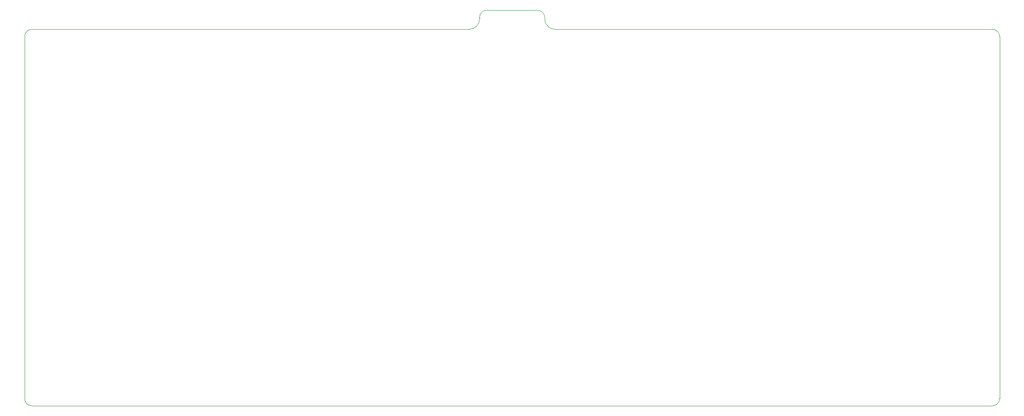
<source format=gbr>
%TF.GenerationSoftware,KiCad,Pcbnew,(5.1.10)-1*%
%TF.CreationDate,2021-08-19T10:16:45+02:00*%
%TF.ProjectId,qez,71657a2e-6b69-4636-9164-5f7063625858,rev?*%
%TF.SameCoordinates,Original*%
%TF.FileFunction,Profile,NP*%
%FSLAX46Y46*%
G04 Gerber Fmt 4.6, Leading zero omitted, Abs format (unit mm)*
G04 Created by KiCad (PCBNEW (5.1.10)-1) date 2021-08-19 10:16:45*
%MOMM*%
%LPD*%
G01*
G04 APERTURE LIST*
%TA.AperFunction,Profile*%
%ADD10C,0.100000*%
%TD*%
G04 APERTURE END LIST*
D10*
X149097999Y-55308499D02*
G75*
G02*
X150558500Y-53848000I1460500J-1D01*
G01*
X160629601Y-53847999D02*
G75*
G02*
X162090100Y-55308500I-1J-1460500D01*
G01*
X251269500Y-57645300D02*
G75*
G02*
X252729999Y-59105801I-1J-1460500D01*
G01*
X252730001Y-131381501D02*
G75*
G02*
X251269500Y-132842000I-1460500J1D01*
G01*
X59918599Y-132842001D02*
G75*
G02*
X58458100Y-131381500I1J1460500D01*
G01*
X58458100Y-59105800D02*
G75*
G02*
X59918600Y-57645300I1460500J0D01*
G01*
X59918599Y-132842001D02*
X251269500Y-132842000D01*
X162091750Y-55647601D02*
X162090100Y-55308500D01*
X58458100Y-59105800D02*
X58458100Y-131381500D01*
X251269500Y-57645300D02*
X164091750Y-57647599D01*
X147091751Y-57647600D02*
X59918600Y-57645300D01*
X252730001Y-131381501D02*
X252729999Y-59105801D01*
X164091749Y-57647602D02*
G75*
G02*
X162091750Y-55647601I1J2000000D01*
G01*
X160629601Y-53847999D02*
X150558500Y-53848000D01*
X149091750Y-55647601D02*
G75*
G02*
X147091751Y-57647600I-1999999J0D01*
G01*
X149091751Y-55647602D02*
X149097999Y-55308499D01*
M02*

</source>
